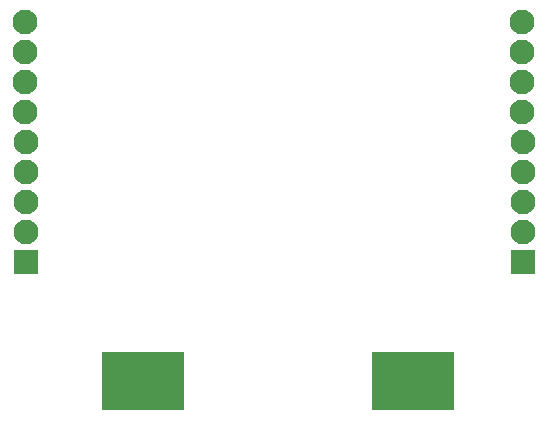
<source format=gbr>
%TF.GenerationSoftware,KiCad,Pcbnew,(6.0.9)*%
%TF.CreationDate,2023-11-09T09:33:38+01:00*%
%TF.ProjectId,LO_daughter,4c4f5f64-6175-4676-9874-65722e6b6963,rev?*%
%TF.SameCoordinates,Original*%
%TF.FileFunction,Soldermask,Bot*%
%TF.FilePolarity,Negative*%
%FSLAX46Y46*%
G04 Gerber Fmt 4.6, Leading zero omitted, Abs format (unit mm)*
G04 Created by KiCad (PCBNEW (6.0.9)) date 2023-11-09 09:33:38*
%MOMM*%
%LPD*%
G01*
G04 APERTURE LIST*
%ADD10R,7.000000X5.000000*%
%ADD11R,2.100000X2.100000*%
%ADD12C,2.100000*%
G04 APERTURE END LIST*
D10*
%TO.C,J3*%
X141505000Y-89670000D03*
%TD*%
D11*
%TO.C,J2*%
X173690000Y-79587500D03*
D12*
X173690000Y-77047500D03*
X173690000Y-74507500D03*
X173690000Y-71967500D03*
X173690000Y-69427500D03*
X173665000Y-66887500D03*
X173665000Y-64347500D03*
X173665000Y-61807500D03*
X173665000Y-59262500D03*
%TD*%
D10*
%TO.C,J4*%
X164365000Y-89670000D03*
%TD*%
D11*
%TO.C,J1*%
X131610000Y-79587500D03*
D12*
X131610000Y-77047500D03*
X131610000Y-74507500D03*
X131610000Y-71967500D03*
X131610000Y-69427500D03*
X131585000Y-66887500D03*
X131585000Y-64347500D03*
X131585000Y-61807500D03*
X131585000Y-59262500D03*
%TD*%
M02*

</source>
